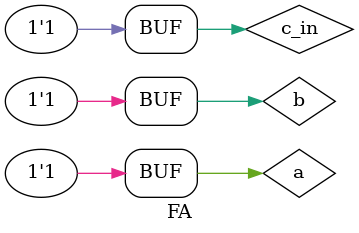
<source format=v>
`timescale 1ns / 1ps


module FA;

	// Inputs
	reg a;
	reg b;
	reg c_in;

	// Outputs
	wire s;
	wire c_out;

	// Instantiate the Unit Under Test (UUT)
	FullAdder uut (
		.a(a), 
		.b(b), 
		.c_in(c_in), 
		.s(s), 
		.c_out(c_out)
	);

	initial begin
		// Initialize Inputs
		a = 0;
		b = 0;
		c_in = 0;
		#100;
      a = 0;
		b = 0;
		c_in = 1;
		#100;
		a = 0;
		b = 1;
		c_in = 0;
		#100;
		a = 0;
		b = 1;
		c_in = 1;
		#100;
		a = 1;
		b = 0;
		c_in = 0;
		#100;
      a = 1;
		b = 0;
		c_in = 1;
		#100;
		a = 1;
		b = 1;
		c_in = 0;
		#100;
		a = 1;
		b = 1;
		c_in = 1;
		
		
		// Add stimulus here

	end
      
endmodule


</source>
